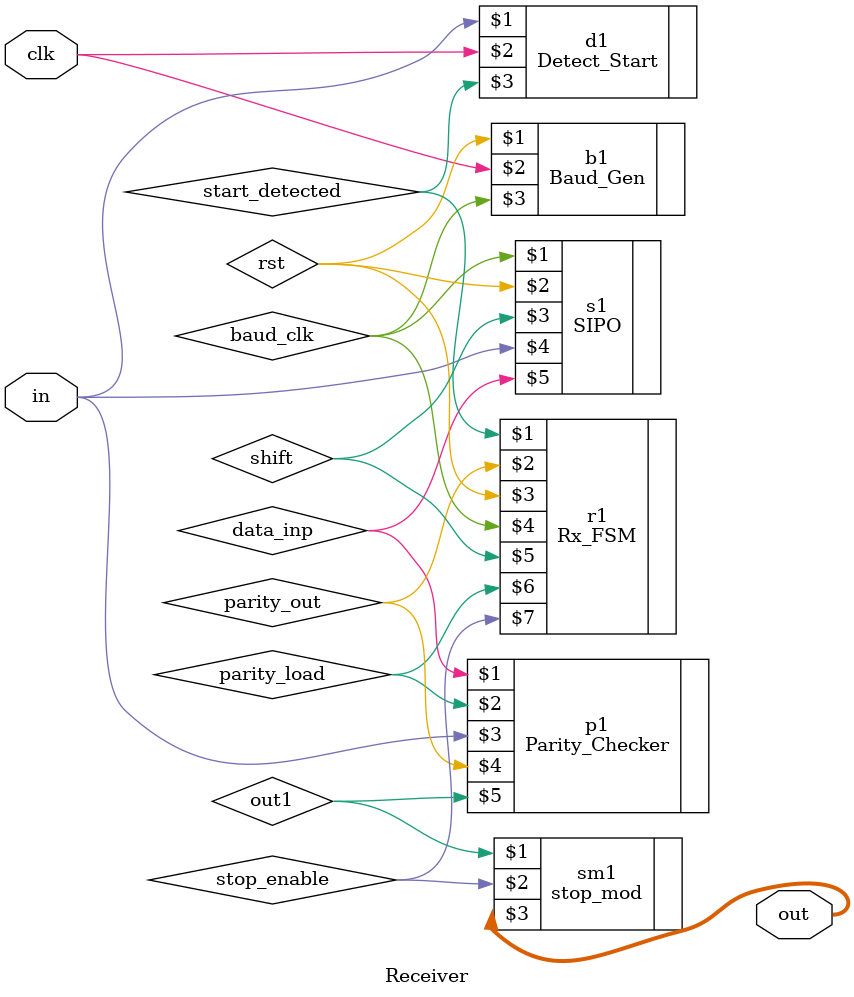
<source format=v>
`timescale 1ns / 1ps
module Receiver(in, clk, out);
input in;
input clk;
output [7:0] out;
wire start_detected, parity_out, rst, shift, data_inp, parity_load, stop_enable, out1, baud_clk;
Baud_Gen b1(rst, clk, baud_clk);
Detect_Start d1(in, clk, start_detected);
SIPO s1(baud_clk, rst, shift, in, data_inp);
Rx_FSM r1(start_detected, parity_out, rst, baud_clk, shift, parity_load, stop_enable);
Parity_Checker p1(data_inp, parity_load, in, parity_out, out1);
stop_mod sm1(out1, stop_enable, out);
endmodule

</source>
